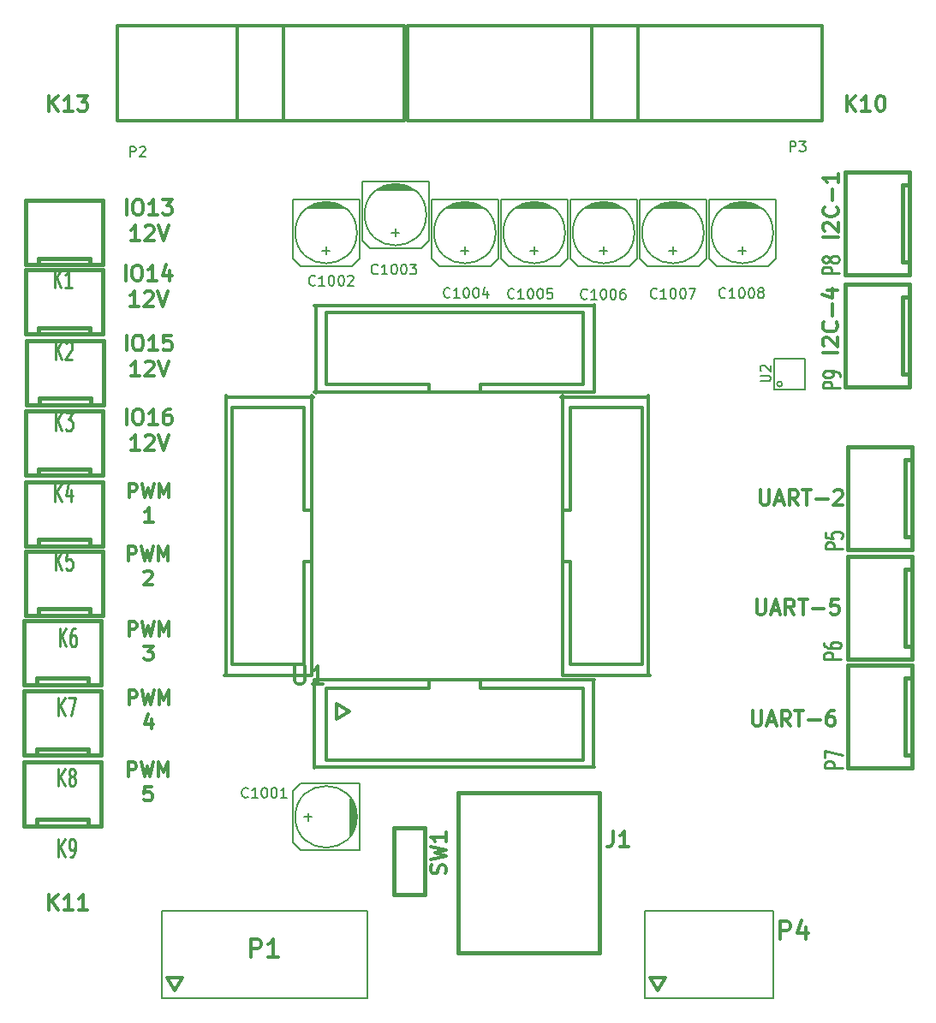
<source format=gto>
G04 #@! TF.FileFunction,Legend,Top*
%FSLAX46Y46*%
G04 Gerber Fmt 4.6, Leading zero omitted, Abs format (unit mm)*
G04 Created by KiCad (PCBNEW 4.0.6) date 01/14/18 21:20:21*
%MOMM*%
%LPD*%
G01*
G04 APERTURE LIST*
%ADD10C,0.150000*%
%ADD11C,0.300000*%
%ADD12C,0.304800*%
%ADD13C,0.299720*%
%ADD14C,0.381000*%
%ADD15C,0.152400*%
%ADD16C,0.203200*%
%ADD17C,0.271780*%
G04 APERTURE END LIST*
D10*
D11*
X74747715Y-50838571D02*
X74747715Y-49338571D01*
X75747715Y-49338571D02*
X76033429Y-49338571D01*
X76176287Y-49410000D01*
X76319144Y-49552857D01*
X76390572Y-49838571D01*
X76390572Y-50338571D01*
X76319144Y-50624286D01*
X76176287Y-50767143D01*
X76033429Y-50838571D01*
X75747715Y-50838571D01*
X75604858Y-50767143D01*
X75462001Y-50624286D01*
X75390572Y-50338571D01*
X75390572Y-49838571D01*
X75462001Y-49552857D01*
X75604858Y-49410000D01*
X75747715Y-49338571D01*
X77819144Y-50838571D02*
X76962001Y-50838571D01*
X77390573Y-50838571D02*
X77390573Y-49338571D01*
X77247716Y-49552857D01*
X77104858Y-49695714D01*
X76962001Y-49767143D01*
X78319144Y-49338571D02*
X79247715Y-49338571D01*
X78747715Y-49910000D01*
X78962001Y-49910000D01*
X79104858Y-49981429D01*
X79176287Y-50052857D01*
X79247715Y-50195714D01*
X79247715Y-50552857D01*
X79176287Y-50695714D01*
X79104858Y-50767143D01*
X78962001Y-50838571D01*
X78533429Y-50838571D01*
X78390572Y-50767143D01*
X78319144Y-50695714D01*
X76033429Y-53388571D02*
X75176286Y-53388571D01*
X75604858Y-53388571D02*
X75604858Y-51888571D01*
X75462001Y-52102857D01*
X75319143Y-52245714D01*
X75176286Y-52317143D01*
X76604857Y-52031429D02*
X76676286Y-51960000D01*
X76819143Y-51888571D01*
X77176286Y-51888571D01*
X77319143Y-51960000D01*
X77390572Y-52031429D01*
X77462000Y-52174286D01*
X77462000Y-52317143D01*
X77390572Y-52531429D01*
X76533429Y-53388571D01*
X77462000Y-53388571D01*
X77890571Y-51888571D02*
X78390571Y-53388571D01*
X78890571Y-51888571D01*
X74684215Y-57315571D02*
X74684215Y-55815571D01*
X75684215Y-55815571D02*
X75969929Y-55815571D01*
X76112787Y-55887000D01*
X76255644Y-56029857D01*
X76327072Y-56315571D01*
X76327072Y-56815571D01*
X76255644Y-57101286D01*
X76112787Y-57244143D01*
X75969929Y-57315571D01*
X75684215Y-57315571D01*
X75541358Y-57244143D01*
X75398501Y-57101286D01*
X75327072Y-56815571D01*
X75327072Y-56315571D01*
X75398501Y-56029857D01*
X75541358Y-55887000D01*
X75684215Y-55815571D01*
X77755644Y-57315571D02*
X76898501Y-57315571D01*
X77327073Y-57315571D02*
X77327073Y-55815571D01*
X77184216Y-56029857D01*
X77041358Y-56172714D01*
X76898501Y-56244143D01*
X79041358Y-56315571D02*
X79041358Y-57315571D01*
X78684215Y-55744143D02*
X78327072Y-56815571D01*
X79255644Y-56815571D01*
X75969929Y-59865571D02*
X75112786Y-59865571D01*
X75541358Y-59865571D02*
X75541358Y-58365571D01*
X75398501Y-58579857D01*
X75255643Y-58722714D01*
X75112786Y-58794143D01*
X76541357Y-58508429D02*
X76612786Y-58437000D01*
X76755643Y-58365571D01*
X77112786Y-58365571D01*
X77255643Y-58437000D01*
X77327072Y-58508429D01*
X77398500Y-58651286D01*
X77398500Y-58794143D01*
X77327072Y-59008429D01*
X76469929Y-59865571D01*
X77398500Y-59865571D01*
X77827071Y-58365571D02*
X78327071Y-59865571D01*
X78827071Y-58365571D01*
X74747715Y-64237071D02*
X74747715Y-62737071D01*
X75747715Y-62737071D02*
X76033429Y-62737071D01*
X76176287Y-62808500D01*
X76319144Y-62951357D01*
X76390572Y-63237071D01*
X76390572Y-63737071D01*
X76319144Y-64022786D01*
X76176287Y-64165643D01*
X76033429Y-64237071D01*
X75747715Y-64237071D01*
X75604858Y-64165643D01*
X75462001Y-64022786D01*
X75390572Y-63737071D01*
X75390572Y-63237071D01*
X75462001Y-62951357D01*
X75604858Y-62808500D01*
X75747715Y-62737071D01*
X77819144Y-64237071D02*
X76962001Y-64237071D01*
X77390573Y-64237071D02*
X77390573Y-62737071D01*
X77247716Y-62951357D01*
X77104858Y-63094214D01*
X76962001Y-63165643D01*
X79176287Y-62737071D02*
X78462001Y-62737071D01*
X78390572Y-63451357D01*
X78462001Y-63379929D01*
X78604858Y-63308500D01*
X78962001Y-63308500D01*
X79104858Y-63379929D01*
X79176287Y-63451357D01*
X79247715Y-63594214D01*
X79247715Y-63951357D01*
X79176287Y-64094214D01*
X79104858Y-64165643D01*
X78962001Y-64237071D01*
X78604858Y-64237071D01*
X78462001Y-64165643D01*
X78390572Y-64094214D01*
X76033429Y-66787071D02*
X75176286Y-66787071D01*
X75604858Y-66787071D02*
X75604858Y-65287071D01*
X75462001Y-65501357D01*
X75319143Y-65644214D01*
X75176286Y-65715643D01*
X76604857Y-65429929D02*
X76676286Y-65358500D01*
X76819143Y-65287071D01*
X77176286Y-65287071D01*
X77319143Y-65358500D01*
X77390572Y-65429929D01*
X77462000Y-65572786D01*
X77462000Y-65715643D01*
X77390572Y-65929929D01*
X76533429Y-66787071D01*
X77462000Y-66787071D01*
X77890571Y-65287071D02*
X78390571Y-66787071D01*
X78890571Y-65287071D01*
X74747715Y-71539571D02*
X74747715Y-70039571D01*
X75747715Y-70039571D02*
X76033429Y-70039571D01*
X76176287Y-70111000D01*
X76319144Y-70253857D01*
X76390572Y-70539571D01*
X76390572Y-71039571D01*
X76319144Y-71325286D01*
X76176287Y-71468143D01*
X76033429Y-71539571D01*
X75747715Y-71539571D01*
X75604858Y-71468143D01*
X75462001Y-71325286D01*
X75390572Y-71039571D01*
X75390572Y-70539571D01*
X75462001Y-70253857D01*
X75604858Y-70111000D01*
X75747715Y-70039571D01*
X77819144Y-71539571D02*
X76962001Y-71539571D01*
X77390573Y-71539571D02*
X77390573Y-70039571D01*
X77247716Y-70253857D01*
X77104858Y-70396714D01*
X76962001Y-70468143D01*
X79104858Y-70039571D02*
X78819144Y-70039571D01*
X78676287Y-70111000D01*
X78604858Y-70182429D01*
X78462001Y-70396714D01*
X78390572Y-70682429D01*
X78390572Y-71253857D01*
X78462001Y-71396714D01*
X78533429Y-71468143D01*
X78676287Y-71539571D01*
X78962001Y-71539571D01*
X79104858Y-71468143D01*
X79176287Y-71396714D01*
X79247715Y-71253857D01*
X79247715Y-70896714D01*
X79176287Y-70753857D01*
X79104858Y-70682429D01*
X78962001Y-70611000D01*
X78676287Y-70611000D01*
X78533429Y-70682429D01*
X78462001Y-70753857D01*
X78390572Y-70896714D01*
X76033429Y-74089571D02*
X75176286Y-74089571D01*
X75604858Y-74089571D02*
X75604858Y-72589571D01*
X75462001Y-72803857D01*
X75319143Y-72946714D01*
X75176286Y-73018143D01*
X76604857Y-72732429D02*
X76676286Y-72661000D01*
X76819143Y-72589571D01*
X77176286Y-72589571D01*
X77319143Y-72661000D01*
X77390572Y-72732429D01*
X77462000Y-72875286D01*
X77462000Y-73018143D01*
X77390572Y-73232429D01*
X76533429Y-74089571D01*
X77462000Y-74089571D01*
X77890571Y-72589571D02*
X78390571Y-74089571D01*
X78890571Y-72589571D01*
X74995333Y-78808333D02*
X74995333Y-77408333D01*
X75528667Y-77408333D01*
X75662000Y-77475000D01*
X75728667Y-77541667D01*
X75795333Y-77675000D01*
X75795333Y-77875000D01*
X75728667Y-78008333D01*
X75662000Y-78075000D01*
X75528667Y-78141667D01*
X74995333Y-78141667D01*
X76262000Y-77408333D02*
X76595333Y-78808333D01*
X76862000Y-77808333D01*
X77128667Y-78808333D01*
X77462000Y-77408333D01*
X77995333Y-78808333D02*
X77995333Y-77408333D01*
X78462000Y-78408333D01*
X78928667Y-77408333D01*
X78928667Y-78808333D01*
X77362001Y-81208333D02*
X76562001Y-81208333D01*
X76962001Y-81208333D02*
X76962001Y-79808333D01*
X76828667Y-80008333D01*
X76695334Y-80141667D01*
X76562001Y-80208333D01*
X74931833Y-85031333D02*
X74931833Y-83631333D01*
X75465167Y-83631333D01*
X75598500Y-83698000D01*
X75665167Y-83764667D01*
X75731833Y-83898000D01*
X75731833Y-84098000D01*
X75665167Y-84231333D01*
X75598500Y-84298000D01*
X75465167Y-84364667D01*
X74931833Y-84364667D01*
X76198500Y-83631333D02*
X76531833Y-85031333D01*
X76798500Y-84031333D01*
X77065167Y-85031333D01*
X77398500Y-83631333D01*
X77931833Y-85031333D02*
X77931833Y-83631333D01*
X78398500Y-84631333D01*
X78865167Y-83631333D01*
X78865167Y-85031333D01*
X76498501Y-86164667D02*
X76565167Y-86098000D01*
X76698501Y-86031333D01*
X77031834Y-86031333D01*
X77165167Y-86098000D01*
X77231834Y-86164667D01*
X77298501Y-86298000D01*
X77298501Y-86431333D01*
X77231834Y-86631333D01*
X76431834Y-87431333D01*
X77298501Y-87431333D01*
X74995333Y-92460833D02*
X74995333Y-91060833D01*
X75528667Y-91060833D01*
X75662000Y-91127500D01*
X75728667Y-91194167D01*
X75795333Y-91327500D01*
X75795333Y-91527500D01*
X75728667Y-91660833D01*
X75662000Y-91727500D01*
X75528667Y-91794167D01*
X74995333Y-91794167D01*
X76262000Y-91060833D02*
X76595333Y-92460833D01*
X76862000Y-91460833D01*
X77128667Y-92460833D01*
X77462000Y-91060833D01*
X77995333Y-92460833D02*
X77995333Y-91060833D01*
X78462000Y-92060833D01*
X78928667Y-91060833D01*
X78928667Y-92460833D01*
X76495334Y-93460833D02*
X77362001Y-93460833D01*
X76895334Y-93994167D01*
X77095334Y-93994167D01*
X77228667Y-94060833D01*
X77295334Y-94127500D01*
X77362001Y-94260833D01*
X77362001Y-94594167D01*
X77295334Y-94727500D01*
X77228667Y-94794167D01*
X77095334Y-94860833D01*
X76695334Y-94860833D01*
X76562001Y-94794167D01*
X76495334Y-94727500D01*
X74995333Y-99255333D02*
X74995333Y-97855333D01*
X75528667Y-97855333D01*
X75662000Y-97922000D01*
X75728667Y-97988667D01*
X75795333Y-98122000D01*
X75795333Y-98322000D01*
X75728667Y-98455333D01*
X75662000Y-98522000D01*
X75528667Y-98588667D01*
X74995333Y-98588667D01*
X76262000Y-97855333D02*
X76595333Y-99255333D01*
X76862000Y-98255333D01*
X77128667Y-99255333D01*
X77462000Y-97855333D01*
X77995333Y-99255333D02*
X77995333Y-97855333D01*
X78462000Y-98855333D01*
X78928667Y-97855333D01*
X78928667Y-99255333D01*
X77228667Y-100722000D02*
X77228667Y-101655333D01*
X76895334Y-100188667D02*
X76562001Y-101188667D01*
X77428667Y-101188667D01*
X74931833Y-106367333D02*
X74931833Y-104967333D01*
X75465167Y-104967333D01*
X75598500Y-105034000D01*
X75665167Y-105100667D01*
X75731833Y-105234000D01*
X75731833Y-105434000D01*
X75665167Y-105567333D01*
X75598500Y-105634000D01*
X75465167Y-105700667D01*
X74931833Y-105700667D01*
X76198500Y-104967333D02*
X76531833Y-106367333D01*
X76798500Y-105367333D01*
X77065167Y-106367333D01*
X77398500Y-104967333D01*
X77931833Y-106367333D02*
X77931833Y-104967333D01*
X78398500Y-105967333D01*
X78865167Y-104967333D01*
X78865167Y-106367333D01*
X77231834Y-107367333D02*
X76565167Y-107367333D01*
X76498501Y-108034000D01*
X76565167Y-107967333D01*
X76698501Y-107900667D01*
X77031834Y-107900667D01*
X77165167Y-107967333D01*
X77231834Y-108034000D01*
X77298501Y-108167333D01*
X77298501Y-108500667D01*
X77231834Y-108634000D01*
X77165167Y-108700667D01*
X77031834Y-108767333D01*
X76698501Y-108767333D01*
X76565167Y-108700667D01*
X76498501Y-108634000D01*
X136680286Y-99889571D02*
X136680286Y-101103857D01*
X136751714Y-101246714D01*
X136823143Y-101318143D01*
X136966000Y-101389571D01*
X137251714Y-101389571D01*
X137394572Y-101318143D01*
X137466000Y-101246714D01*
X137537429Y-101103857D01*
X137537429Y-99889571D01*
X138180286Y-100961000D02*
X138894572Y-100961000D01*
X138037429Y-101389571D02*
X138537429Y-99889571D01*
X139037429Y-101389571D01*
X140394572Y-101389571D02*
X139894572Y-100675286D01*
X139537429Y-101389571D02*
X139537429Y-99889571D01*
X140108857Y-99889571D01*
X140251715Y-99961000D01*
X140323143Y-100032429D01*
X140394572Y-100175286D01*
X140394572Y-100389571D01*
X140323143Y-100532429D01*
X140251715Y-100603857D01*
X140108857Y-100675286D01*
X139537429Y-100675286D01*
X140823143Y-99889571D02*
X141680286Y-99889571D01*
X141251715Y-101389571D02*
X141251715Y-99889571D01*
X142180286Y-100818143D02*
X143323143Y-100818143D01*
X144680286Y-99889571D02*
X144394572Y-99889571D01*
X144251715Y-99961000D01*
X144180286Y-100032429D01*
X144037429Y-100246714D01*
X143966000Y-100532429D01*
X143966000Y-101103857D01*
X144037429Y-101246714D01*
X144108857Y-101318143D01*
X144251715Y-101389571D01*
X144537429Y-101389571D01*
X144680286Y-101318143D01*
X144751715Y-101246714D01*
X144823143Y-101103857D01*
X144823143Y-100746714D01*
X144751715Y-100603857D01*
X144680286Y-100532429D01*
X144537429Y-100461000D01*
X144251715Y-100461000D01*
X144108857Y-100532429D01*
X144037429Y-100603857D01*
X143966000Y-100746714D01*
X137061286Y-88840571D02*
X137061286Y-90054857D01*
X137132714Y-90197714D01*
X137204143Y-90269143D01*
X137347000Y-90340571D01*
X137632714Y-90340571D01*
X137775572Y-90269143D01*
X137847000Y-90197714D01*
X137918429Y-90054857D01*
X137918429Y-88840571D01*
X138561286Y-89912000D02*
X139275572Y-89912000D01*
X138418429Y-90340571D02*
X138918429Y-88840571D01*
X139418429Y-90340571D01*
X140775572Y-90340571D02*
X140275572Y-89626286D01*
X139918429Y-90340571D02*
X139918429Y-88840571D01*
X140489857Y-88840571D01*
X140632715Y-88912000D01*
X140704143Y-88983429D01*
X140775572Y-89126286D01*
X140775572Y-89340571D01*
X140704143Y-89483429D01*
X140632715Y-89554857D01*
X140489857Y-89626286D01*
X139918429Y-89626286D01*
X141204143Y-88840571D02*
X142061286Y-88840571D01*
X141632715Y-90340571D02*
X141632715Y-88840571D01*
X142561286Y-89769143D02*
X143704143Y-89769143D01*
X145132715Y-88840571D02*
X144418429Y-88840571D01*
X144347000Y-89554857D01*
X144418429Y-89483429D01*
X144561286Y-89412000D01*
X144918429Y-89412000D01*
X145061286Y-89483429D01*
X145132715Y-89554857D01*
X145204143Y-89697714D01*
X145204143Y-90054857D01*
X145132715Y-90197714D01*
X145061286Y-90269143D01*
X144918429Y-90340571D01*
X144561286Y-90340571D01*
X144418429Y-90269143D01*
X144347000Y-90197714D01*
X137442286Y-78045571D02*
X137442286Y-79259857D01*
X137513714Y-79402714D01*
X137585143Y-79474143D01*
X137728000Y-79545571D01*
X138013714Y-79545571D01*
X138156572Y-79474143D01*
X138228000Y-79402714D01*
X138299429Y-79259857D01*
X138299429Y-78045571D01*
X138942286Y-79117000D02*
X139656572Y-79117000D01*
X138799429Y-79545571D02*
X139299429Y-78045571D01*
X139799429Y-79545571D01*
X141156572Y-79545571D02*
X140656572Y-78831286D01*
X140299429Y-79545571D02*
X140299429Y-78045571D01*
X140870857Y-78045571D01*
X141013715Y-78117000D01*
X141085143Y-78188429D01*
X141156572Y-78331286D01*
X141156572Y-78545571D01*
X141085143Y-78688429D01*
X141013715Y-78759857D01*
X140870857Y-78831286D01*
X140299429Y-78831286D01*
X141585143Y-78045571D02*
X142442286Y-78045571D01*
X142013715Y-79545571D02*
X142013715Y-78045571D01*
X142942286Y-78974143D02*
X144085143Y-78974143D01*
X144728000Y-78188429D02*
X144799429Y-78117000D01*
X144942286Y-78045571D01*
X145299429Y-78045571D01*
X145442286Y-78117000D01*
X145513715Y-78188429D01*
X145585143Y-78331286D01*
X145585143Y-78474143D01*
X145513715Y-78688429D01*
X144656572Y-79545571D01*
X145585143Y-79545571D01*
X145077571Y-64448142D02*
X143577571Y-64448142D01*
X143720429Y-63805285D02*
X143649000Y-63733856D01*
X143577571Y-63590999D01*
X143577571Y-63233856D01*
X143649000Y-63090999D01*
X143720429Y-63019570D01*
X143863286Y-62948142D01*
X144006143Y-62948142D01*
X144220429Y-63019570D01*
X145077571Y-63876713D01*
X145077571Y-62948142D01*
X144934714Y-61448142D02*
X145006143Y-61519571D01*
X145077571Y-61733857D01*
X145077571Y-61876714D01*
X145006143Y-62090999D01*
X144863286Y-62233857D01*
X144720429Y-62305285D01*
X144434714Y-62376714D01*
X144220429Y-62376714D01*
X143934714Y-62305285D01*
X143791857Y-62233857D01*
X143649000Y-62090999D01*
X143577571Y-61876714D01*
X143577571Y-61733857D01*
X143649000Y-61519571D01*
X143720429Y-61448142D01*
X144506143Y-60805285D02*
X144506143Y-59662428D01*
X144077571Y-58305285D02*
X145077571Y-58305285D01*
X143506143Y-58662428D02*
X144577571Y-59019571D01*
X144577571Y-58090999D01*
X145128371Y-53068942D02*
X143628371Y-53068942D01*
X143771229Y-52426085D02*
X143699800Y-52354656D01*
X143628371Y-52211799D01*
X143628371Y-51854656D01*
X143699800Y-51711799D01*
X143771229Y-51640370D01*
X143914086Y-51568942D01*
X144056943Y-51568942D01*
X144271229Y-51640370D01*
X145128371Y-52497513D01*
X145128371Y-51568942D01*
X144985514Y-50068942D02*
X145056943Y-50140371D01*
X145128371Y-50354657D01*
X145128371Y-50497514D01*
X145056943Y-50711799D01*
X144914086Y-50854657D01*
X144771229Y-50926085D01*
X144485514Y-50997514D01*
X144271229Y-50997514D01*
X143985514Y-50926085D01*
X143842657Y-50854657D01*
X143699800Y-50711799D01*
X143628371Y-50497514D01*
X143628371Y-50354657D01*
X143699800Y-50140371D01*
X143771229Y-50068942D01*
X144556943Y-49426085D02*
X144556943Y-48283228D01*
X145128371Y-46783228D02*
X145128371Y-47640371D01*
X145128371Y-47211799D02*
X143628371Y-47211799D01*
X143842657Y-47354656D01*
X143985514Y-47497514D01*
X144056943Y-47640371D01*
D12*
X102563000Y-41497000D02*
X143563000Y-41497000D01*
X143563000Y-32097000D02*
X102563000Y-32097000D01*
X102563000Y-32097000D02*
X102563000Y-41497000D01*
X143563000Y-32097000D02*
X143563000Y-41497000D01*
D13*
X125363000Y-32097000D02*
X125363000Y-41497000D01*
X120763000Y-32097000D02*
X120763000Y-41497000D01*
D12*
X73811000Y-41497000D02*
X102211000Y-41497000D01*
X102211000Y-32097000D02*
X73811000Y-32097000D01*
X73811000Y-32097000D02*
X73811000Y-41497000D01*
X102211000Y-32097000D02*
X102211000Y-41497000D01*
D13*
X90311000Y-32097000D02*
X90311000Y-41497000D01*
X85711000Y-32097000D02*
X85711000Y-41497000D01*
D14*
X71120000Y-55118000D02*
X71120000Y-55753000D01*
X64770000Y-55753000D02*
X72390000Y-55753000D01*
X71120000Y-55118000D02*
X66040000Y-55118000D01*
X66040000Y-55118000D02*
X66040000Y-55753000D01*
X72390000Y-55753000D02*
X72390000Y-49403000D01*
X72390000Y-49403000D02*
X64770000Y-49403000D01*
X66040000Y-55118000D02*
X66040000Y-55753000D01*
X64770000Y-55753000D02*
X64770000Y-49403000D01*
X71120000Y-61976000D02*
X71120000Y-62611000D01*
X64770000Y-62611000D02*
X72390000Y-62611000D01*
X71120000Y-61976000D02*
X66040000Y-61976000D01*
X66040000Y-61976000D02*
X66040000Y-62611000D01*
X72390000Y-62611000D02*
X72390000Y-56261000D01*
X72390000Y-56261000D02*
X64770000Y-56261000D01*
X66040000Y-61976000D02*
X66040000Y-62611000D01*
X64770000Y-62611000D02*
X64770000Y-56261000D01*
X71247000Y-68961000D02*
X71247000Y-69596000D01*
X64897000Y-69596000D02*
X72517000Y-69596000D01*
X71247000Y-68961000D02*
X66167000Y-68961000D01*
X66167000Y-68961000D02*
X66167000Y-69596000D01*
X72517000Y-69596000D02*
X72517000Y-63246000D01*
X72517000Y-63246000D02*
X64897000Y-63246000D01*
X66167000Y-68961000D02*
X66167000Y-69596000D01*
X64897000Y-69596000D02*
X64897000Y-63246000D01*
X71120000Y-75946000D02*
X71120000Y-76581000D01*
X64770000Y-76581000D02*
X72390000Y-76581000D01*
X71120000Y-75946000D02*
X66040000Y-75946000D01*
X66040000Y-75946000D02*
X66040000Y-76581000D01*
X72390000Y-76581000D02*
X72390000Y-70231000D01*
X72390000Y-70231000D02*
X64770000Y-70231000D01*
X66040000Y-75946000D02*
X66040000Y-76581000D01*
X64770000Y-76581000D02*
X64770000Y-70231000D01*
X71120000Y-82931000D02*
X71120000Y-83566000D01*
X64770000Y-83566000D02*
X72390000Y-83566000D01*
X71120000Y-82931000D02*
X66040000Y-82931000D01*
X66040000Y-82931000D02*
X66040000Y-83566000D01*
X72390000Y-83566000D02*
X72390000Y-77216000D01*
X72390000Y-77216000D02*
X64770000Y-77216000D01*
X66040000Y-82931000D02*
X66040000Y-83566000D01*
X64770000Y-83566000D02*
X64770000Y-77216000D01*
X71120000Y-89789000D02*
X71120000Y-90424000D01*
X64770000Y-90424000D02*
X72390000Y-90424000D01*
X71120000Y-89789000D02*
X66040000Y-89789000D01*
X66040000Y-89789000D02*
X66040000Y-90424000D01*
X72390000Y-90424000D02*
X72390000Y-84074000D01*
X72390000Y-84074000D02*
X64770000Y-84074000D01*
X66040000Y-89789000D02*
X66040000Y-90424000D01*
X64770000Y-90424000D02*
X64770000Y-84074000D01*
X70993000Y-96647000D02*
X70993000Y-97282000D01*
X64643000Y-97282000D02*
X72263000Y-97282000D01*
X70993000Y-96647000D02*
X65913000Y-96647000D01*
X65913000Y-96647000D02*
X65913000Y-97282000D01*
X72263000Y-97282000D02*
X72263000Y-90932000D01*
X72263000Y-90932000D02*
X64643000Y-90932000D01*
X65913000Y-96647000D02*
X65913000Y-97282000D01*
X64643000Y-97282000D02*
X64643000Y-90932000D01*
X70993000Y-103632000D02*
X70993000Y-104267000D01*
X64643000Y-104267000D02*
X72263000Y-104267000D01*
X70993000Y-103632000D02*
X65913000Y-103632000D01*
X65913000Y-103632000D02*
X65913000Y-104267000D01*
X72263000Y-104267000D02*
X72263000Y-97917000D01*
X72263000Y-97917000D02*
X64643000Y-97917000D01*
X65913000Y-103632000D02*
X65913000Y-104267000D01*
X64643000Y-104267000D02*
X64643000Y-97917000D01*
X70993000Y-110617000D02*
X70993000Y-111252000D01*
X64643000Y-111252000D02*
X72263000Y-111252000D01*
X70993000Y-110617000D02*
X65913000Y-110617000D01*
X65913000Y-110617000D02*
X65913000Y-111252000D01*
X72263000Y-111252000D02*
X72263000Y-104902000D01*
X72263000Y-104902000D02*
X64643000Y-104902000D01*
X65913000Y-110617000D02*
X65913000Y-111252000D01*
X64643000Y-111252000D02*
X64643000Y-104902000D01*
X152146000Y-55499000D02*
X151511000Y-55499000D01*
X151511000Y-55499000D02*
X151511000Y-47879000D01*
X151511000Y-47879000D02*
X152146000Y-47879000D01*
X145796000Y-46609000D02*
X145796000Y-56769000D01*
X145796000Y-56769000D02*
X152146000Y-56769000D01*
X152146000Y-56769000D02*
X152146000Y-46609000D01*
X152146000Y-46609000D02*
X145796000Y-46609000D01*
X152400000Y-82677000D02*
X151765000Y-82677000D01*
X151765000Y-82677000D02*
X151765000Y-75057000D01*
X151765000Y-75057000D02*
X152400000Y-75057000D01*
X146050000Y-73787000D02*
X146050000Y-83947000D01*
X146050000Y-83947000D02*
X152400000Y-83947000D01*
X152400000Y-83947000D02*
X152400000Y-73787000D01*
X152400000Y-73787000D02*
X146050000Y-73787000D01*
X152400000Y-104267000D02*
X151765000Y-104267000D01*
X151765000Y-104267000D02*
X151765000Y-96647000D01*
X151765000Y-96647000D02*
X152400000Y-96647000D01*
X146050000Y-95377000D02*
X146050000Y-105537000D01*
X146050000Y-105537000D02*
X152400000Y-105537000D01*
X152400000Y-105537000D02*
X152400000Y-95377000D01*
X152400000Y-95377000D02*
X146050000Y-95377000D01*
X152146000Y-66548000D02*
X151511000Y-66548000D01*
X151511000Y-66548000D02*
X151511000Y-58928000D01*
X151511000Y-58928000D02*
X152146000Y-58928000D01*
X145796000Y-57658000D02*
X145796000Y-67818000D01*
X145796000Y-67818000D02*
X152146000Y-67818000D01*
X152146000Y-67818000D02*
X152146000Y-57658000D01*
X152146000Y-57658000D02*
X145796000Y-57658000D01*
X152400000Y-93472000D02*
X151765000Y-93472000D01*
X151765000Y-93472000D02*
X151765000Y-85852000D01*
X151765000Y-85852000D02*
X152400000Y-85852000D01*
X146050000Y-84582000D02*
X146050000Y-94742000D01*
X146050000Y-94742000D02*
X152400000Y-94742000D01*
X152400000Y-94742000D02*
X152400000Y-84582000D01*
X152400000Y-84582000D02*
X146050000Y-84582000D01*
D12*
X93345000Y-96771460D02*
X121031000Y-96771460D01*
X121031000Y-105407460D02*
X93472000Y-105407460D01*
X109728000Y-96898460D02*
X109728000Y-97660460D01*
X109728000Y-97660460D02*
X119888000Y-97660460D01*
X119888000Y-97660460D02*
X119888000Y-104772460D01*
X119888000Y-104772460D02*
X94488000Y-104772460D01*
X94488000Y-104772460D02*
X94488000Y-97660460D01*
X94488000Y-97660460D02*
X104648000Y-97660460D01*
X104648000Y-97660460D02*
X104648000Y-96898460D01*
X120904000Y-96771460D02*
X120904000Y-105407460D01*
X93345000Y-105534460D02*
X93345000Y-96898460D01*
X95504000Y-100711000D02*
X96774000Y-99949000D01*
X95504000Y-99187000D02*
X95504000Y-100711000D01*
X96774000Y-99949000D02*
X95504000Y-99187000D01*
X121031000Y-59690000D02*
X121031000Y-68326000D01*
X93472000Y-68453000D02*
X93472000Y-59817000D01*
X109728000Y-67564000D02*
X109728000Y-68326000D01*
X119888000Y-67564000D02*
X109728000Y-67564000D01*
X119888000Y-60452000D02*
X119888000Y-67564000D01*
X94488000Y-60452000D02*
X119888000Y-60452000D01*
X94488000Y-67564000D02*
X94488000Y-60452000D01*
X104648000Y-67564000D02*
X94488000Y-67564000D01*
X104648000Y-68326000D02*
X104648000Y-67564000D01*
X93345000Y-59817000D02*
X120904000Y-59817000D01*
X121031000Y-68326000D02*
X93345000Y-68326000D01*
X117856000Y-96393000D02*
X117856000Y-68707000D01*
X126365000Y-68707000D02*
X126365000Y-96266000D01*
X117856000Y-80010000D02*
X118618000Y-80010000D01*
X118618000Y-80010000D02*
X118618000Y-69850000D01*
X118618000Y-69850000D02*
X125730000Y-69850000D01*
X125730000Y-69850000D02*
X125730000Y-95250000D01*
X125730000Y-95250000D02*
X118618000Y-95250000D01*
X118618000Y-95250000D02*
X118618000Y-85090000D01*
X118618000Y-85090000D02*
X117856000Y-85090000D01*
X117729000Y-68834000D02*
X126365000Y-68834000D01*
X126492000Y-96393000D02*
X117856000Y-96393000D01*
X84455000Y-96393000D02*
X93091000Y-96393000D01*
X93218000Y-68834000D02*
X84582000Y-68834000D01*
X92329000Y-85090000D02*
X93091000Y-85090000D01*
X92329000Y-95250000D02*
X92329000Y-85090000D01*
X85217000Y-95250000D02*
X92329000Y-95250000D01*
X85217000Y-69850000D02*
X85217000Y-95250000D01*
X92329000Y-69850000D02*
X85217000Y-69850000D01*
X92329000Y-80010000D02*
X92329000Y-69850000D01*
X93091000Y-80010000D02*
X92329000Y-80010000D01*
X84582000Y-68707000D02*
X84582000Y-96266000D01*
X93091000Y-96393000D02*
X93091000Y-68707000D01*
D15*
X139573000Y-67564000D02*
G75*
G03X139573000Y-67564000I-254000J0D01*
G01*
X141859000Y-68072000D02*
X138811000Y-68072000D01*
X138811000Y-68072000D02*
X138811000Y-65024000D01*
X138811000Y-65024000D02*
X141859000Y-65024000D01*
X141859000Y-65024000D02*
X141859000Y-68072000D01*
D14*
X121539000Y-107950000D02*
X121539000Y-123825000D01*
X121539000Y-123825000D02*
X107569000Y-123825000D01*
X107569000Y-123825000D02*
X107569000Y-107950000D01*
X107569000Y-107950000D02*
X121539000Y-107950000D01*
D10*
X98552000Y-119634000D02*
X98552000Y-128270000D01*
X98552000Y-128270000D02*
X78232000Y-128270000D01*
X78232000Y-128270000D02*
X78232000Y-119634000D01*
X98552000Y-119634000D02*
X78232000Y-119634000D01*
D12*
X79502000Y-127508000D02*
X78740000Y-126238000D01*
X78740000Y-126238000D02*
X80264000Y-126238000D01*
X80264000Y-126238000D02*
X79502000Y-127508000D01*
D10*
X138684000Y-119634000D02*
X125984000Y-119634000D01*
X138684000Y-128270000D02*
X125984000Y-128270000D01*
X138684000Y-119634000D02*
X138684000Y-128270000D01*
X125984000Y-128270000D02*
X125984000Y-119634000D01*
D12*
X127254000Y-127508000D02*
X126492000Y-126238000D01*
X126492000Y-126238000D02*
X128016000Y-126238000D01*
X128016000Y-126238000D02*
X127254000Y-127508000D01*
D14*
X104267000Y-111442500D02*
X101219000Y-111442500D01*
X101219000Y-111442500D02*
X101219000Y-118046500D01*
X101219000Y-118046500D02*
X104267000Y-118046500D01*
X104267000Y-118046500D02*
X104267000Y-111442500D01*
D10*
X97409000Y-111125000D02*
X97409000Y-109601000D01*
X97282000Y-109220000D02*
X97282000Y-111506000D01*
X97155000Y-111760000D02*
X97155000Y-108966000D01*
X97028000Y-108712000D02*
X97028000Y-112014000D01*
X96901000Y-112141000D02*
X96901000Y-108585000D01*
X97790000Y-113665000D02*
X97790000Y-107061000D01*
X97790000Y-107061000D02*
X91948000Y-107061000D01*
X91948000Y-107061000D02*
X91186000Y-107823000D01*
X91186000Y-107823000D02*
X91186000Y-112903000D01*
X91186000Y-112903000D02*
X91948000Y-113665000D01*
X91948000Y-113665000D02*
X97790000Y-113665000D01*
X92329000Y-110363000D02*
X93091000Y-110363000D01*
X92710000Y-110744000D02*
X92710000Y-109982000D01*
X97536000Y-110363000D02*
G75*
G03X97536000Y-110363000I-3048000J0D01*
G01*
X95250000Y-49657000D02*
X93726000Y-49657000D01*
X93345000Y-49784000D02*
X95631000Y-49784000D01*
X95885000Y-49911000D02*
X93091000Y-49911000D01*
X92837000Y-50038000D02*
X96139000Y-50038000D01*
X96266000Y-50165000D02*
X92710000Y-50165000D01*
X97790000Y-49276000D02*
X91186000Y-49276000D01*
X91186000Y-49276000D02*
X91186000Y-55118000D01*
X91186000Y-55118000D02*
X91948000Y-55880000D01*
X91948000Y-55880000D02*
X97028000Y-55880000D01*
X97028000Y-55880000D02*
X97790000Y-55118000D01*
X97790000Y-55118000D02*
X97790000Y-49276000D01*
X94488000Y-54737000D02*
X94488000Y-53975000D01*
X94869000Y-54356000D02*
X94107000Y-54356000D01*
X97536000Y-52578000D02*
G75*
G03X97536000Y-52578000I-3048000J0D01*
G01*
X102108000Y-47879000D02*
X100584000Y-47879000D01*
X100203000Y-48006000D02*
X102489000Y-48006000D01*
X102743000Y-48133000D02*
X99949000Y-48133000D01*
X99695000Y-48260000D02*
X102997000Y-48260000D01*
X103124000Y-48387000D02*
X99568000Y-48387000D01*
X104648000Y-47498000D02*
X98044000Y-47498000D01*
X98044000Y-47498000D02*
X98044000Y-53340000D01*
X98044000Y-53340000D02*
X98806000Y-54102000D01*
X98806000Y-54102000D02*
X103886000Y-54102000D01*
X103886000Y-54102000D02*
X104648000Y-53340000D01*
X104648000Y-53340000D02*
X104648000Y-47498000D01*
X101346000Y-52959000D02*
X101346000Y-52197000D01*
X101727000Y-52578000D02*
X100965000Y-52578000D01*
X104394000Y-50800000D02*
G75*
G03X104394000Y-50800000I-3048000J0D01*
G01*
X108966000Y-49657000D02*
X107442000Y-49657000D01*
X107061000Y-49784000D02*
X109347000Y-49784000D01*
X109601000Y-49911000D02*
X106807000Y-49911000D01*
X106553000Y-50038000D02*
X109855000Y-50038000D01*
X109982000Y-50165000D02*
X106426000Y-50165000D01*
X111506000Y-49276000D02*
X104902000Y-49276000D01*
X104902000Y-49276000D02*
X104902000Y-55118000D01*
X104902000Y-55118000D02*
X105664000Y-55880000D01*
X105664000Y-55880000D02*
X110744000Y-55880000D01*
X110744000Y-55880000D02*
X111506000Y-55118000D01*
X111506000Y-55118000D02*
X111506000Y-49276000D01*
X108204000Y-54737000D02*
X108204000Y-53975000D01*
X108585000Y-54356000D02*
X107823000Y-54356000D01*
X111252000Y-52578000D02*
G75*
G03X111252000Y-52578000I-3048000J0D01*
G01*
X115824000Y-49657000D02*
X114300000Y-49657000D01*
X113919000Y-49784000D02*
X116205000Y-49784000D01*
X116459000Y-49911000D02*
X113665000Y-49911000D01*
X113411000Y-50038000D02*
X116713000Y-50038000D01*
X116840000Y-50165000D02*
X113284000Y-50165000D01*
X118364000Y-49276000D02*
X111760000Y-49276000D01*
X111760000Y-49276000D02*
X111760000Y-55118000D01*
X111760000Y-55118000D02*
X112522000Y-55880000D01*
X112522000Y-55880000D02*
X117602000Y-55880000D01*
X117602000Y-55880000D02*
X118364000Y-55118000D01*
X118364000Y-55118000D02*
X118364000Y-49276000D01*
X115062000Y-54737000D02*
X115062000Y-53975000D01*
X115443000Y-54356000D02*
X114681000Y-54356000D01*
X118110000Y-52578000D02*
G75*
G03X118110000Y-52578000I-3048000J0D01*
G01*
X122682000Y-49657000D02*
X121158000Y-49657000D01*
X120777000Y-49784000D02*
X123063000Y-49784000D01*
X123317000Y-49911000D02*
X120523000Y-49911000D01*
X120269000Y-50038000D02*
X123571000Y-50038000D01*
X123698000Y-50165000D02*
X120142000Y-50165000D01*
X125222000Y-49276000D02*
X118618000Y-49276000D01*
X118618000Y-49276000D02*
X118618000Y-55118000D01*
X118618000Y-55118000D02*
X119380000Y-55880000D01*
X119380000Y-55880000D02*
X124460000Y-55880000D01*
X124460000Y-55880000D02*
X125222000Y-55118000D01*
X125222000Y-55118000D02*
X125222000Y-49276000D01*
X121920000Y-54737000D02*
X121920000Y-53975000D01*
X122301000Y-54356000D02*
X121539000Y-54356000D01*
X124968000Y-52578000D02*
G75*
G03X124968000Y-52578000I-3048000J0D01*
G01*
X129540000Y-49657000D02*
X128016000Y-49657000D01*
X127635000Y-49784000D02*
X129921000Y-49784000D01*
X130175000Y-49911000D02*
X127381000Y-49911000D01*
X127127000Y-50038000D02*
X130429000Y-50038000D01*
X130556000Y-50165000D02*
X127000000Y-50165000D01*
X132080000Y-49276000D02*
X125476000Y-49276000D01*
X125476000Y-49276000D02*
X125476000Y-55118000D01*
X125476000Y-55118000D02*
X126238000Y-55880000D01*
X126238000Y-55880000D02*
X131318000Y-55880000D01*
X131318000Y-55880000D02*
X132080000Y-55118000D01*
X132080000Y-55118000D02*
X132080000Y-49276000D01*
X128778000Y-54737000D02*
X128778000Y-53975000D01*
X129159000Y-54356000D02*
X128397000Y-54356000D01*
X131826000Y-52578000D02*
G75*
G03X131826000Y-52578000I-3048000J0D01*
G01*
X136398000Y-49657000D02*
X134874000Y-49657000D01*
X134493000Y-49784000D02*
X136779000Y-49784000D01*
X137033000Y-49911000D02*
X134239000Y-49911000D01*
X133985000Y-50038000D02*
X137287000Y-50038000D01*
X137414000Y-50165000D02*
X133858000Y-50165000D01*
X138938000Y-49276000D02*
X132334000Y-49276000D01*
X132334000Y-49276000D02*
X132334000Y-55118000D01*
X132334000Y-55118000D02*
X133096000Y-55880000D01*
X133096000Y-55880000D02*
X138176000Y-55880000D01*
X138176000Y-55880000D02*
X138938000Y-55118000D01*
X138938000Y-55118000D02*
X138938000Y-49276000D01*
X135636000Y-54737000D02*
X135636000Y-53975000D01*
X136017000Y-54356000D02*
X135255000Y-54356000D01*
X138684000Y-52578000D02*
G75*
G03X138684000Y-52578000I-3048000J0D01*
G01*
D16*
X140358905Y-44546781D02*
X140358905Y-43546781D01*
X140739858Y-43546781D01*
X140835096Y-43594400D01*
X140882715Y-43642019D01*
X140930334Y-43737257D01*
X140930334Y-43880114D01*
X140882715Y-43975352D01*
X140835096Y-44022971D01*
X140739858Y-44070590D01*
X140358905Y-44070590D01*
X141263667Y-43546781D02*
X141882715Y-43546781D01*
X141549381Y-43927733D01*
X141692239Y-43927733D01*
X141787477Y-43975352D01*
X141835096Y-44022971D01*
X141882715Y-44118210D01*
X141882715Y-44356305D01*
X141835096Y-44451543D01*
X141787477Y-44499162D01*
X141692239Y-44546781D01*
X141406524Y-44546781D01*
X141311286Y-44499162D01*
X141263667Y-44451543D01*
X75106305Y-45080181D02*
X75106305Y-44080181D01*
X75487258Y-44080181D01*
X75582496Y-44127800D01*
X75630115Y-44175419D01*
X75677734Y-44270657D01*
X75677734Y-44413514D01*
X75630115Y-44508752D01*
X75582496Y-44556371D01*
X75487258Y-44603990D01*
X75106305Y-44603990D01*
X76058686Y-44175419D02*
X76106305Y-44127800D01*
X76201543Y-44080181D01*
X76439639Y-44080181D01*
X76534877Y-44127800D01*
X76582496Y-44175419D01*
X76630115Y-44270657D01*
X76630115Y-44365895D01*
X76582496Y-44508752D01*
X76011067Y-45080181D01*
X76630115Y-45080181D01*
D12*
X145977428Y-40567429D02*
X145977428Y-39043429D01*
X146848285Y-40567429D02*
X146195142Y-39696571D01*
X146848285Y-39043429D02*
X145977428Y-39914286D01*
X148299714Y-40567429D02*
X147428857Y-40567429D01*
X147864285Y-40567429D02*
X147864285Y-39043429D01*
X147719142Y-39261143D01*
X147574000Y-39406286D01*
X147428857Y-39478857D01*
X149243143Y-39043429D02*
X149388286Y-39043429D01*
X149533429Y-39116000D01*
X149606000Y-39188571D01*
X149678571Y-39333714D01*
X149751143Y-39624000D01*
X149751143Y-39986857D01*
X149678571Y-40277143D01*
X149606000Y-40422286D01*
X149533429Y-40494857D01*
X149388286Y-40567429D01*
X149243143Y-40567429D01*
X149098000Y-40494857D01*
X149025429Y-40422286D01*
X148952857Y-40277143D01*
X148880286Y-39986857D01*
X148880286Y-39624000D01*
X148952857Y-39333714D01*
X149025429Y-39188571D01*
X149098000Y-39116000D01*
X149243143Y-39043429D01*
X67110428Y-119561429D02*
X67110428Y-118037429D01*
X67981285Y-119561429D02*
X67328142Y-118690571D01*
X67981285Y-118037429D02*
X67110428Y-118908286D01*
X69432714Y-119561429D02*
X68561857Y-119561429D01*
X68997285Y-119561429D02*
X68997285Y-118037429D01*
X68852142Y-118255143D01*
X68707000Y-118400286D01*
X68561857Y-118472857D01*
X70884143Y-119561429D02*
X70013286Y-119561429D01*
X70448714Y-119561429D02*
X70448714Y-118037429D01*
X70303571Y-118255143D01*
X70158429Y-118400286D01*
X70013286Y-118472857D01*
X67110428Y-40567429D02*
X67110428Y-39043429D01*
X67981285Y-40567429D02*
X67328142Y-39696571D01*
X67981285Y-39043429D02*
X67110428Y-39914286D01*
X69432714Y-40567429D02*
X68561857Y-40567429D01*
X68997285Y-40567429D02*
X68997285Y-39043429D01*
X68852142Y-39261143D01*
X68707000Y-39406286D01*
X68561857Y-39478857D01*
X69940714Y-39043429D02*
X70884143Y-39043429D01*
X70376143Y-39624000D01*
X70593857Y-39624000D01*
X70739000Y-39696571D01*
X70811571Y-39769143D01*
X70884143Y-39914286D01*
X70884143Y-40277143D01*
X70811571Y-40422286D01*
X70739000Y-40494857D01*
X70593857Y-40567429D01*
X70158429Y-40567429D01*
X70013286Y-40494857D01*
X69940714Y-40422286D01*
D17*
X67676002Y-58036400D02*
X67676002Y-56301580D01*
X68297214Y-58036400D02*
X67831305Y-57045074D01*
X68297214Y-56301580D02*
X67676002Y-57292905D01*
X69332566Y-58036400D02*
X68711354Y-58036400D01*
X69021960Y-58036400D02*
X69021960Y-56301580D01*
X68918425Y-56549411D01*
X68814890Y-56714632D01*
X68711354Y-56797242D01*
X67726802Y-65123000D02*
X67726802Y-63388180D01*
X68348014Y-65123000D02*
X67882105Y-64131674D01*
X68348014Y-63388180D02*
X67726802Y-64379505D01*
X68762154Y-63553400D02*
X68813922Y-63470790D01*
X68917457Y-63388180D01*
X69176295Y-63388180D01*
X69279831Y-63470790D01*
X69331598Y-63553400D01*
X69383366Y-63718621D01*
X69383366Y-63883842D01*
X69331598Y-64131674D01*
X68710387Y-65123000D01*
X69383366Y-65123000D01*
X67752202Y-72133400D02*
X67752202Y-70398580D01*
X68373414Y-72133400D02*
X67907505Y-71142074D01*
X68373414Y-70398580D02*
X67752202Y-71389905D01*
X68735787Y-70398580D02*
X69408766Y-70398580D01*
X69046393Y-71059463D01*
X69201695Y-71059463D01*
X69305231Y-71142074D01*
X69356998Y-71224684D01*
X69408766Y-71389905D01*
X69408766Y-71802958D01*
X69356998Y-71968179D01*
X69305231Y-72050789D01*
X69201695Y-72133400D01*
X68891090Y-72133400D01*
X68787554Y-72050789D01*
X68735787Y-71968179D01*
X67701402Y-79169200D02*
X67701402Y-77434380D01*
X68322614Y-79169200D02*
X67856705Y-78177874D01*
X68322614Y-77434380D02*
X67701402Y-78425705D01*
X69254431Y-78012653D02*
X69254431Y-79169200D01*
X68995593Y-77351769D02*
X68736754Y-78590926D01*
X69409734Y-78590926D01*
X67752202Y-85951000D02*
X67752202Y-84216180D01*
X68373414Y-85951000D02*
X67907505Y-84959674D01*
X68373414Y-84216180D02*
X67752202Y-85207505D01*
X69356998Y-84216180D02*
X68839322Y-84216180D01*
X68787554Y-85042284D01*
X68839322Y-84959674D01*
X68942857Y-84877063D01*
X69201695Y-84877063D01*
X69305231Y-84959674D01*
X69356998Y-85042284D01*
X69408766Y-85207505D01*
X69408766Y-85620558D01*
X69356998Y-85785779D01*
X69305231Y-85868389D01*
X69201695Y-85951000D01*
X68942857Y-85951000D01*
X68839322Y-85868389D01*
X68787554Y-85785779D01*
X68158602Y-93494800D02*
X68158602Y-91759980D01*
X68779814Y-93494800D02*
X68313905Y-92503474D01*
X68779814Y-91759980D02*
X68158602Y-92751305D01*
X69711631Y-91759980D02*
X69504560Y-91759980D01*
X69401025Y-91842590D01*
X69349257Y-91925200D01*
X69245722Y-92173032D01*
X69193954Y-92503474D01*
X69193954Y-93164358D01*
X69245722Y-93329579D01*
X69297490Y-93412189D01*
X69401025Y-93494800D01*
X69608095Y-93494800D01*
X69711631Y-93412189D01*
X69763398Y-93329579D01*
X69815166Y-93164358D01*
X69815166Y-92751305D01*
X69763398Y-92586084D01*
X69711631Y-92503474D01*
X69608095Y-92420863D01*
X69401025Y-92420863D01*
X69297490Y-92503474D01*
X69245722Y-92586084D01*
X69193954Y-92751305D01*
X68031602Y-100352800D02*
X68031602Y-98617980D01*
X68652814Y-100352800D02*
X68186905Y-99361474D01*
X68652814Y-98617980D02*
X68031602Y-99609305D01*
X69015187Y-98617980D02*
X69739934Y-98617980D01*
X69274025Y-100352800D01*
X68031602Y-107337800D02*
X68031602Y-105602980D01*
X68652814Y-107337800D02*
X68186905Y-106346474D01*
X68652814Y-105602980D02*
X68031602Y-106594305D01*
X69274025Y-106346474D02*
X69170490Y-106263863D01*
X69118722Y-106181253D01*
X69066954Y-106016032D01*
X69066954Y-105933421D01*
X69118722Y-105768200D01*
X69170490Y-105685590D01*
X69274025Y-105602980D01*
X69481095Y-105602980D01*
X69584631Y-105685590D01*
X69636398Y-105768200D01*
X69688166Y-105933421D01*
X69688166Y-106016032D01*
X69636398Y-106181253D01*
X69584631Y-106263863D01*
X69481095Y-106346474D01*
X69274025Y-106346474D01*
X69170490Y-106429084D01*
X69118722Y-106511695D01*
X69066954Y-106676916D01*
X69066954Y-107007358D01*
X69118722Y-107172579D01*
X69170490Y-107255189D01*
X69274025Y-107337800D01*
X69481095Y-107337800D01*
X69584631Y-107255189D01*
X69636398Y-107172579D01*
X69688166Y-107007358D01*
X69688166Y-106676916D01*
X69636398Y-106511695D01*
X69584631Y-106429084D01*
X69481095Y-106346474D01*
X68031602Y-114322800D02*
X68031602Y-112587980D01*
X68652814Y-114322800D02*
X68186905Y-113331474D01*
X68652814Y-112587980D02*
X68031602Y-113579305D01*
X69170490Y-114322800D02*
X69377560Y-114322800D01*
X69481095Y-114240189D01*
X69532863Y-114157579D01*
X69636398Y-113909747D01*
X69688166Y-113579305D01*
X69688166Y-112918421D01*
X69636398Y-112753200D01*
X69584631Y-112670590D01*
X69481095Y-112587980D01*
X69274025Y-112587980D01*
X69170490Y-112670590D01*
X69118722Y-112753200D01*
X69066954Y-112918421D01*
X69066954Y-113331474D01*
X69118722Y-113496695D01*
X69170490Y-113579305D01*
X69274025Y-113661916D01*
X69481095Y-113661916D01*
X69584631Y-113579305D01*
X69636398Y-113496695D01*
X69688166Y-113331474D01*
X145260000Y-56580798D02*
X143525180Y-56580798D01*
X143525180Y-56166657D01*
X143607790Y-56063122D01*
X143690400Y-56011354D01*
X143855621Y-55959586D01*
X144103453Y-55959586D01*
X144268674Y-56011354D01*
X144351284Y-56063122D01*
X144433895Y-56166657D01*
X144433895Y-56580798D01*
X144268674Y-55338375D02*
X144186063Y-55441910D01*
X144103453Y-55493678D01*
X143938232Y-55545446D01*
X143855621Y-55545446D01*
X143690400Y-55493678D01*
X143607790Y-55441910D01*
X143525180Y-55338375D01*
X143525180Y-55131305D01*
X143607790Y-55027769D01*
X143690400Y-54976002D01*
X143855621Y-54924234D01*
X143938232Y-54924234D01*
X144103453Y-54976002D01*
X144186063Y-55027769D01*
X144268674Y-55131305D01*
X144268674Y-55338375D01*
X144351284Y-55441910D01*
X144433895Y-55493678D01*
X144599116Y-55545446D01*
X144929558Y-55545446D01*
X145094779Y-55493678D01*
X145177389Y-55441910D01*
X145260000Y-55338375D01*
X145260000Y-55131305D01*
X145177389Y-55027769D01*
X145094779Y-54976002D01*
X144929558Y-54924234D01*
X144599116Y-54924234D01*
X144433895Y-54976002D01*
X144351284Y-55027769D01*
X144268674Y-55131305D01*
X145564800Y-83834998D02*
X143829980Y-83834998D01*
X143829980Y-83420857D01*
X143912590Y-83317322D01*
X143995200Y-83265554D01*
X144160421Y-83213786D01*
X144408253Y-83213786D01*
X144573474Y-83265554D01*
X144656084Y-83317322D01*
X144738695Y-83420857D01*
X144738695Y-83834998D01*
X143829980Y-82230202D02*
X143829980Y-82747878D01*
X144656084Y-82799646D01*
X144573474Y-82747878D01*
X144490863Y-82644343D01*
X144490863Y-82385505D01*
X144573474Y-82281969D01*
X144656084Y-82230202D01*
X144821305Y-82178434D01*
X145234358Y-82178434D01*
X145399579Y-82230202D01*
X145482189Y-82281969D01*
X145564800Y-82385505D01*
X145564800Y-82644343D01*
X145482189Y-82747878D01*
X145399579Y-82799646D01*
X145539400Y-105501198D02*
X143804580Y-105501198D01*
X143804580Y-105087057D01*
X143887190Y-104983522D01*
X143969800Y-104931754D01*
X144135021Y-104879986D01*
X144382853Y-104879986D01*
X144548074Y-104931754D01*
X144630684Y-104983522D01*
X144713295Y-105087057D01*
X144713295Y-105501198D01*
X143804580Y-104517613D02*
X143804580Y-103792866D01*
X145539400Y-104258775D01*
X145310800Y-67934598D02*
X143575980Y-67934598D01*
X143575980Y-67520457D01*
X143658590Y-67416922D01*
X143741200Y-67365154D01*
X143906421Y-67313386D01*
X144154253Y-67313386D01*
X144319474Y-67365154D01*
X144402084Y-67416922D01*
X144484695Y-67520457D01*
X144484695Y-67934598D01*
X145310800Y-66795710D02*
X145310800Y-66588640D01*
X145228189Y-66485105D01*
X145145579Y-66433337D01*
X144897747Y-66329802D01*
X144567305Y-66278034D01*
X143906421Y-66278034D01*
X143741200Y-66329802D01*
X143658590Y-66381569D01*
X143575980Y-66485105D01*
X143575980Y-66692175D01*
X143658590Y-66795710D01*
X143741200Y-66847478D01*
X143906421Y-66899246D01*
X144319474Y-66899246D01*
X144484695Y-66847478D01*
X144567305Y-66795710D01*
X144649916Y-66692175D01*
X144649916Y-66485105D01*
X144567305Y-66381569D01*
X144484695Y-66329802D01*
X144319474Y-66278034D01*
X145412400Y-94731598D02*
X143677580Y-94731598D01*
X143677580Y-94317457D01*
X143760190Y-94213922D01*
X143842800Y-94162154D01*
X144008021Y-94110386D01*
X144255853Y-94110386D01*
X144421074Y-94162154D01*
X144503684Y-94213922D01*
X144586295Y-94317457D01*
X144586295Y-94731598D01*
X143677580Y-93178569D02*
X143677580Y-93385640D01*
X143760190Y-93489175D01*
X143842800Y-93540943D01*
X144090632Y-93644478D01*
X144421074Y-93696246D01*
X145081958Y-93696246D01*
X145247179Y-93644478D01*
X145329789Y-93592710D01*
X145412400Y-93489175D01*
X145412400Y-93282105D01*
X145329789Y-93178569D01*
X145247179Y-93126802D01*
X145081958Y-93075034D01*
X144668905Y-93075034D01*
X144503684Y-93126802D01*
X144421074Y-93178569D01*
X144338463Y-93282105D01*
X144338463Y-93489175D01*
X144421074Y-93592710D01*
X144503684Y-93644478D01*
X144668905Y-93696246D01*
D12*
X91355333Y-95419333D02*
X91355333Y-96858667D01*
X91440000Y-97028000D01*
X91524667Y-97112667D01*
X91694000Y-97197333D01*
X92032667Y-97197333D01*
X92202000Y-97112667D01*
X92286667Y-97028000D01*
X92371333Y-96858667D01*
X92371333Y-95419333D01*
X94149334Y-97197333D02*
X93133334Y-97197333D01*
X93641334Y-97197333D02*
X93641334Y-95419333D01*
X93472000Y-95673333D01*
X93302667Y-95842667D01*
X93133334Y-95927333D01*
D15*
X137416419Y-67296695D02*
X138238895Y-67296695D01*
X138335657Y-67248314D01*
X138384038Y-67199933D01*
X138432419Y-67103171D01*
X138432419Y-66909648D01*
X138384038Y-66812886D01*
X138335657Y-66764505D01*
X138238895Y-66716124D01*
X137416419Y-66716124D01*
X137513181Y-66280695D02*
X137464800Y-66232314D01*
X137416419Y-66135552D01*
X137416419Y-65893648D01*
X137464800Y-65796886D01*
X137513181Y-65748505D01*
X137609943Y-65700124D01*
X137706705Y-65700124D01*
X137851848Y-65748505D01*
X138432419Y-66329076D01*
X138432419Y-65700124D01*
D12*
X122885200Y-111763629D02*
X122885200Y-112852200D01*
X122812628Y-113069914D01*
X122667485Y-113215057D01*
X122449771Y-113287629D01*
X122304628Y-113287629D01*
X124409200Y-113287629D02*
X123538343Y-113287629D01*
X123973771Y-113287629D02*
X123973771Y-111763629D01*
X123828628Y-111981343D01*
X123683486Y-112126486D01*
X123538343Y-112199057D01*
X87079667Y-124248333D02*
X87079667Y-122470333D01*
X87757001Y-122470333D01*
X87926334Y-122555000D01*
X88011001Y-122639667D01*
X88095667Y-122809000D01*
X88095667Y-123063000D01*
X88011001Y-123232333D01*
X87926334Y-123317000D01*
X87757001Y-123401667D01*
X87079667Y-123401667D01*
X89789001Y-124248333D02*
X88773001Y-124248333D01*
X89281001Y-124248333D02*
X89281001Y-122470333D01*
X89111667Y-122724333D01*
X88942334Y-122893667D01*
X88773001Y-122978333D01*
X139352867Y-122495733D02*
X139352867Y-120717733D01*
X140030201Y-120717733D01*
X140199534Y-120802400D01*
X140284201Y-120887067D01*
X140368867Y-121056400D01*
X140368867Y-121310400D01*
X140284201Y-121479733D01*
X140199534Y-121564400D01*
X140030201Y-121649067D01*
X139352867Y-121649067D01*
X141892867Y-121310400D02*
X141892867Y-122495733D01*
X141469534Y-120633067D02*
X141046201Y-121903067D01*
X142146867Y-121903067D01*
X106280857Y-115976400D02*
X106353429Y-115758686D01*
X106353429Y-115395829D01*
X106280857Y-115250686D01*
X106208286Y-115178115D01*
X106063143Y-115105543D01*
X105918000Y-115105543D01*
X105772857Y-115178115D01*
X105700286Y-115250686D01*
X105627714Y-115395829D01*
X105555143Y-115686115D01*
X105482571Y-115831257D01*
X105410000Y-115903829D01*
X105264857Y-115976400D01*
X105119714Y-115976400D01*
X104974571Y-115903829D01*
X104902000Y-115831257D01*
X104829429Y-115686115D01*
X104829429Y-115323257D01*
X104902000Y-115105543D01*
X104829429Y-114597543D02*
X106353429Y-114234686D01*
X105264857Y-113944400D01*
X106353429Y-113654114D01*
X104829429Y-113291257D01*
X106353429Y-111912400D02*
X106353429Y-112783257D01*
X106353429Y-112347829D02*
X104829429Y-112347829D01*
X105047143Y-112492972D01*
X105192286Y-112638114D01*
X105264857Y-112783257D01*
D10*
X86771362Y-108383343D02*
X86723743Y-108430962D01*
X86580886Y-108478581D01*
X86485648Y-108478581D01*
X86342790Y-108430962D01*
X86247552Y-108335724D01*
X86199933Y-108240486D01*
X86152314Y-108050010D01*
X86152314Y-107907152D01*
X86199933Y-107716676D01*
X86247552Y-107621438D01*
X86342790Y-107526200D01*
X86485648Y-107478581D01*
X86580886Y-107478581D01*
X86723743Y-107526200D01*
X86771362Y-107573819D01*
X87723743Y-108478581D02*
X87152314Y-108478581D01*
X87438028Y-108478581D02*
X87438028Y-107478581D01*
X87342790Y-107621438D01*
X87247552Y-107716676D01*
X87152314Y-107764295D01*
X88342790Y-107478581D02*
X88438029Y-107478581D01*
X88533267Y-107526200D01*
X88580886Y-107573819D01*
X88628505Y-107669057D01*
X88676124Y-107859533D01*
X88676124Y-108097629D01*
X88628505Y-108288105D01*
X88580886Y-108383343D01*
X88533267Y-108430962D01*
X88438029Y-108478581D01*
X88342790Y-108478581D01*
X88247552Y-108430962D01*
X88199933Y-108383343D01*
X88152314Y-108288105D01*
X88104695Y-108097629D01*
X88104695Y-107859533D01*
X88152314Y-107669057D01*
X88199933Y-107573819D01*
X88247552Y-107526200D01*
X88342790Y-107478581D01*
X89295171Y-107478581D02*
X89390410Y-107478581D01*
X89485648Y-107526200D01*
X89533267Y-107573819D01*
X89580886Y-107669057D01*
X89628505Y-107859533D01*
X89628505Y-108097629D01*
X89580886Y-108288105D01*
X89533267Y-108383343D01*
X89485648Y-108430962D01*
X89390410Y-108478581D01*
X89295171Y-108478581D01*
X89199933Y-108430962D01*
X89152314Y-108383343D01*
X89104695Y-108288105D01*
X89057076Y-108097629D01*
X89057076Y-107859533D01*
X89104695Y-107669057D01*
X89152314Y-107573819D01*
X89199933Y-107526200D01*
X89295171Y-107478581D01*
X90580886Y-108478581D02*
X90009457Y-108478581D01*
X90295171Y-108478581D02*
X90295171Y-107478581D01*
X90199933Y-107621438D01*
X90104695Y-107716676D01*
X90009457Y-107764295D01*
X93400762Y-57735743D02*
X93353143Y-57783362D01*
X93210286Y-57830981D01*
X93115048Y-57830981D01*
X92972190Y-57783362D01*
X92876952Y-57688124D01*
X92829333Y-57592886D01*
X92781714Y-57402410D01*
X92781714Y-57259552D01*
X92829333Y-57069076D01*
X92876952Y-56973838D01*
X92972190Y-56878600D01*
X93115048Y-56830981D01*
X93210286Y-56830981D01*
X93353143Y-56878600D01*
X93400762Y-56926219D01*
X94353143Y-57830981D02*
X93781714Y-57830981D01*
X94067428Y-57830981D02*
X94067428Y-56830981D01*
X93972190Y-56973838D01*
X93876952Y-57069076D01*
X93781714Y-57116695D01*
X94972190Y-56830981D02*
X95067429Y-56830981D01*
X95162667Y-56878600D01*
X95210286Y-56926219D01*
X95257905Y-57021457D01*
X95305524Y-57211933D01*
X95305524Y-57450029D01*
X95257905Y-57640505D01*
X95210286Y-57735743D01*
X95162667Y-57783362D01*
X95067429Y-57830981D01*
X94972190Y-57830981D01*
X94876952Y-57783362D01*
X94829333Y-57735743D01*
X94781714Y-57640505D01*
X94734095Y-57450029D01*
X94734095Y-57211933D01*
X94781714Y-57021457D01*
X94829333Y-56926219D01*
X94876952Y-56878600D01*
X94972190Y-56830981D01*
X95924571Y-56830981D02*
X96019810Y-56830981D01*
X96115048Y-56878600D01*
X96162667Y-56926219D01*
X96210286Y-57021457D01*
X96257905Y-57211933D01*
X96257905Y-57450029D01*
X96210286Y-57640505D01*
X96162667Y-57735743D01*
X96115048Y-57783362D01*
X96019810Y-57830981D01*
X95924571Y-57830981D01*
X95829333Y-57783362D01*
X95781714Y-57735743D01*
X95734095Y-57640505D01*
X95686476Y-57450029D01*
X95686476Y-57211933D01*
X95734095Y-57021457D01*
X95781714Y-56926219D01*
X95829333Y-56878600D01*
X95924571Y-56830981D01*
X96638857Y-56926219D02*
X96686476Y-56878600D01*
X96781714Y-56830981D01*
X97019810Y-56830981D01*
X97115048Y-56878600D01*
X97162667Y-56926219D01*
X97210286Y-57021457D01*
X97210286Y-57116695D01*
X97162667Y-57259552D01*
X96591238Y-57830981D01*
X97210286Y-57830981D01*
X99598362Y-56618143D02*
X99550743Y-56665762D01*
X99407886Y-56713381D01*
X99312648Y-56713381D01*
X99169790Y-56665762D01*
X99074552Y-56570524D01*
X99026933Y-56475286D01*
X98979314Y-56284810D01*
X98979314Y-56141952D01*
X99026933Y-55951476D01*
X99074552Y-55856238D01*
X99169790Y-55761000D01*
X99312648Y-55713381D01*
X99407886Y-55713381D01*
X99550743Y-55761000D01*
X99598362Y-55808619D01*
X100550743Y-56713381D02*
X99979314Y-56713381D01*
X100265028Y-56713381D02*
X100265028Y-55713381D01*
X100169790Y-55856238D01*
X100074552Y-55951476D01*
X99979314Y-55999095D01*
X101169790Y-55713381D02*
X101265029Y-55713381D01*
X101360267Y-55761000D01*
X101407886Y-55808619D01*
X101455505Y-55903857D01*
X101503124Y-56094333D01*
X101503124Y-56332429D01*
X101455505Y-56522905D01*
X101407886Y-56618143D01*
X101360267Y-56665762D01*
X101265029Y-56713381D01*
X101169790Y-56713381D01*
X101074552Y-56665762D01*
X101026933Y-56618143D01*
X100979314Y-56522905D01*
X100931695Y-56332429D01*
X100931695Y-56094333D01*
X100979314Y-55903857D01*
X101026933Y-55808619D01*
X101074552Y-55761000D01*
X101169790Y-55713381D01*
X102122171Y-55713381D02*
X102217410Y-55713381D01*
X102312648Y-55761000D01*
X102360267Y-55808619D01*
X102407886Y-55903857D01*
X102455505Y-56094333D01*
X102455505Y-56332429D01*
X102407886Y-56522905D01*
X102360267Y-56618143D01*
X102312648Y-56665762D01*
X102217410Y-56713381D01*
X102122171Y-56713381D01*
X102026933Y-56665762D01*
X101979314Y-56618143D01*
X101931695Y-56522905D01*
X101884076Y-56332429D01*
X101884076Y-56094333D01*
X101931695Y-55903857D01*
X101979314Y-55808619D01*
X102026933Y-55761000D01*
X102122171Y-55713381D01*
X102788838Y-55713381D02*
X103407886Y-55713381D01*
X103074552Y-56094333D01*
X103217410Y-56094333D01*
X103312648Y-56141952D01*
X103360267Y-56189571D01*
X103407886Y-56284810D01*
X103407886Y-56522905D01*
X103360267Y-56618143D01*
X103312648Y-56665762D01*
X103217410Y-56713381D01*
X102931695Y-56713381D01*
X102836457Y-56665762D01*
X102788838Y-56618143D01*
X106735762Y-58929543D02*
X106688143Y-58977162D01*
X106545286Y-59024781D01*
X106450048Y-59024781D01*
X106307190Y-58977162D01*
X106211952Y-58881924D01*
X106164333Y-58786686D01*
X106116714Y-58596210D01*
X106116714Y-58453352D01*
X106164333Y-58262876D01*
X106211952Y-58167638D01*
X106307190Y-58072400D01*
X106450048Y-58024781D01*
X106545286Y-58024781D01*
X106688143Y-58072400D01*
X106735762Y-58120019D01*
X107688143Y-59024781D02*
X107116714Y-59024781D01*
X107402428Y-59024781D02*
X107402428Y-58024781D01*
X107307190Y-58167638D01*
X107211952Y-58262876D01*
X107116714Y-58310495D01*
X108307190Y-58024781D02*
X108402429Y-58024781D01*
X108497667Y-58072400D01*
X108545286Y-58120019D01*
X108592905Y-58215257D01*
X108640524Y-58405733D01*
X108640524Y-58643829D01*
X108592905Y-58834305D01*
X108545286Y-58929543D01*
X108497667Y-58977162D01*
X108402429Y-59024781D01*
X108307190Y-59024781D01*
X108211952Y-58977162D01*
X108164333Y-58929543D01*
X108116714Y-58834305D01*
X108069095Y-58643829D01*
X108069095Y-58405733D01*
X108116714Y-58215257D01*
X108164333Y-58120019D01*
X108211952Y-58072400D01*
X108307190Y-58024781D01*
X109259571Y-58024781D02*
X109354810Y-58024781D01*
X109450048Y-58072400D01*
X109497667Y-58120019D01*
X109545286Y-58215257D01*
X109592905Y-58405733D01*
X109592905Y-58643829D01*
X109545286Y-58834305D01*
X109497667Y-58929543D01*
X109450048Y-58977162D01*
X109354810Y-59024781D01*
X109259571Y-59024781D01*
X109164333Y-58977162D01*
X109116714Y-58929543D01*
X109069095Y-58834305D01*
X109021476Y-58643829D01*
X109021476Y-58405733D01*
X109069095Y-58215257D01*
X109116714Y-58120019D01*
X109164333Y-58072400D01*
X109259571Y-58024781D01*
X110450048Y-58358114D02*
X110450048Y-59024781D01*
X110211952Y-57977162D02*
X109973857Y-58691448D01*
X110592905Y-58691448D01*
X113085762Y-59031143D02*
X113038143Y-59078762D01*
X112895286Y-59126381D01*
X112800048Y-59126381D01*
X112657190Y-59078762D01*
X112561952Y-58983524D01*
X112514333Y-58888286D01*
X112466714Y-58697810D01*
X112466714Y-58554952D01*
X112514333Y-58364476D01*
X112561952Y-58269238D01*
X112657190Y-58174000D01*
X112800048Y-58126381D01*
X112895286Y-58126381D01*
X113038143Y-58174000D01*
X113085762Y-58221619D01*
X114038143Y-59126381D02*
X113466714Y-59126381D01*
X113752428Y-59126381D02*
X113752428Y-58126381D01*
X113657190Y-58269238D01*
X113561952Y-58364476D01*
X113466714Y-58412095D01*
X114657190Y-58126381D02*
X114752429Y-58126381D01*
X114847667Y-58174000D01*
X114895286Y-58221619D01*
X114942905Y-58316857D01*
X114990524Y-58507333D01*
X114990524Y-58745429D01*
X114942905Y-58935905D01*
X114895286Y-59031143D01*
X114847667Y-59078762D01*
X114752429Y-59126381D01*
X114657190Y-59126381D01*
X114561952Y-59078762D01*
X114514333Y-59031143D01*
X114466714Y-58935905D01*
X114419095Y-58745429D01*
X114419095Y-58507333D01*
X114466714Y-58316857D01*
X114514333Y-58221619D01*
X114561952Y-58174000D01*
X114657190Y-58126381D01*
X115609571Y-58126381D02*
X115704810Y-58126381D01*
X115800048Y-58174000D01*
X115847667Y-58221619D01*
X115895286Y-58316857D01*
X115942905Y-58507333D01*
X115942905Y-58745429D01*
X115895286Y-58935905D01*
X115847667Y-59031143D01*
X115800048Y-59078762D01*
X115704810Y-59126381D01*
X115609571Y-59126381D01*
X115514333Y-59078762D01*
X115466714Y-59031143D01*
X115419095Y-58935905D01*
X115371476Y-58745429D01*
X115371476Y-58507333D01*
X115419095Y-58316857D01*
X115466714Y-58221619D01*
X115514333Y-58174000D01*
X115609571Y-58126381D01*
X116847667Y-58126381D02*
X116371476Y-58126381D01*
X116323857Y-58602571D01*
X116371476Y-58554952D01*
X116466714Y-58507333D01*
X116704810Y-58507333D01*
X116800048Y-58554952D01*
X116847667Y-58602571D01*
X116895286Y-58697810D01*
X116895286Y-58935905D01*
X116847667Y-59031143D01*
X116800048Y-59078762D01*
X116704810Y-59126381D01*
X116466714Y-59126381D01*
X116371476Y-59078762D01*
X116323857Y-59031143D01*
X120299362Y-59081943D02*
X120251743Y-59129562D01*
X120108886Y-59177181D01*
X120013648Y-59177181D01*
X119870790Y-59129562D01*
X119775552Y-59034324D01*
X119727933Y-58939086D01*
X119680314Y-58748610D01*
X119680314Y-58605752D01*
X119727933Y-58415276D01*
X119775552Y-58320038D01*
X119870790Y-58224800D01*
X120013648Y-58177181D01*
X120108886Y-58177181D01*
X120251743Y-58224800D01*
X120299362Y-58272419D01*
X121251743Y-59177181D02*
X120680314Y-59177181D01*
X120966028Y-59177181D02*
X120966028Y-58177181D01*
X120870790Y-58320038D01*
X120775552Y-58415276D01*
X120680314Y-58462895D01*
X121870790Y-58177181D02*
X121966029Y-58177181D01*
X122061267Y-58224800D01*
X122108886Y-58272419D01*
X122156505Y-58367657D01*
X122204124Y-58558133D01*
X122204124Y-58796229D01*
X122156505Y-58986705D01*
X122108886Y-59081943D01*
X122061267Y-59129562D01*
X121966029Y-59177181D01*
X121870790Y-59177181D01*
X121775552Y-59129562D01*
X121727933Y-59081943D01*
X121680314Y-58986705D01*
X121632695Y-58796229D01*
X121632695Y-58558133D01*
X121680314Y-58367657D01*
X121727933Y-58272419D01*
X121775552Y-58224800D01*
X121870790Y-58177181D01*
X122823171Y-58177181D02*
X122918410Y-58177181D01*
X123013648Y-58224800D01*
X123061267Y-58272419D01*
X123108886Y-58367657D01*
X123156505Y-58558133D01*
X123156505Y-58796229D01*
X123108886Y-58986705D01*
X123061267Y-59081943D01*
X123013648Y-59129562D01*
X122918410Y-59177181D01*
X122823171Y-59177181D01*
X122727933Y-59129562D01*
X122680314Y-59081943D01*
X122632695Y-58986705D01*
X122585076Y-58796229D01*
X122585076Y-58558133D01*
X122632695Y-58367657D01*
X122680314Y-58272419D01*
X122727933Y-58224800D01*
X122823171Y-58177181D01*
X124013648Y-58177181D02*
X123823171Y-58177181D01*
X123727933Y-58224800D01*
X123680314Y-58272419D01*
X123585076Y-58415276D01*
X123537457Y-58605752D01*
X123537457Y-58986705D01*
X123585076Y-59081943D01*
X123632695Y-59129562D01*
X123727933Y-59177181D01*
X123918410Y-59177181D01*
X124013648Y-59129562D01*
X124061267Y-59081943D01*
X124108886Y-58986705D01*
X124108886Y-58748610D01*
X124061267Y-58653371D01*
X124013648Y-58605752D01*
X123918410Y-58558133D01*
X123727933Y-58558133D01*
X123632695Y-58605752D01*
X123585076Y-58653371D01*
X123537457Y-58748610D01*
X127182762Y-59005743D02*
X127135143Y-59053362D01*
X126992286Y-59100981D01*
X126897048Y-59100981D01*
X126754190Y-59053362D01*
X126658952Y-58958124D01*
X126611333Y-58862886D01*
X126563714Y-58672410D01*
X126563714Y-58529552D01*
X126611333Y-58339076D01*
X126658952Y-58243838D01*
X126754190Y-58148600D01*
X126897048Y-58100981D01*
X126992286Y-58100981D01*
X127135143Y-58148600D01*
X127182762Y-58196219D01*
X128135143Y-59100981D02*
X127563714Y-59100981D01*
X127849428Y-59100981D02*
X127849428Y-58100981D01*
X127754190Y-58243838D01*
X127658952Y-58339076D01*
X127563714Y-58386695D01*
X128754190Y-58100981D02*
X128849429Y-58100981D01*
X128944667Y-58148600D01*
X128992286Y-58196219D01*
X129039905Y-58291457D01*
X129087524Y-58481933D01*
X129087524Y-58720029D01*
X129039905Y-58910505D01*
X128992286Y-59005743D01*
X128944667Y-59053362D01*
X128849429Y-59100981D01*
X128754190Y-59100981D01*
X128658952Y-59053362D01*
X128611333Y-59005743D01*
X128563714Y-58910505D01*
X128516095Y-58720029D01*
X128516095Y-58481933D01*
X128563714Y-58291457D01*
X128611333Y-58196219D01*
X128658952Y-58148600D01*
X128754190Y-58100981D01*
X129706571Y-58100981D02*
X129801810Y-58100981D01*
X129897048Y-58148600D01*
X129944667Y-58196219D01*
X129992286Y-58291457D01*
X130039905Y-58481933D01*
X130039905Y-58720029D01*
X129992286Y-58910505D01*
X129944667Y-59005743D01*
X129897048Y-59053362D01*
X129801810Y-59100981D01*
X129706571Y-59100981D01*
X129611333Y-59053362D01*
X129563714Y-59005743D01*
X129516095Y-58910505D01*
X129468476Y-58720029D01*
X129468476Y-58481933D01*
X129516095Y-58291457D01*
X129563714Y-58196219D01*
X129611333Y-58148600D01*
X129706571Y-58100981D01*
X130373238Y-58100981D02*
X131039905Y-58100981D01*
X130611333Y-59100981D01*
X133964562Y-58954943D02*
X133916943Y-59002562D01*
X133774086Y-59050181D01*
X133678848Y-59050181D01*
X133535990Y-59002562D01*
X133440752Y-58907324D01*
X133393133Y-58812086D01*
X133345514Y-58621610D01*
X133345514Y-58478752D01*
X133393133Y-58288276D01*
X133440752Y-58193038D01*
X133535990Y-58097800D01*
X133678848Y-58050181D01*
X133774086Y-58050181D01*
X133916943Y-58097800D01*
X133964562Y-58145419D01*
X134916943Y-59050181D02*
X134345514Y-59050181D01*
X134631228Y-59050181D02*
X134631228Y-58050181D01*
X134535990Y-58193038D01*
X134440752Y-58288276D01*
X134345514Y-58335895D01*
X135535990Y-58050181D02*
X135631229Y-58050181D01*
X135726467Y-58097800D01*
X135774086Y-58145419D01*
X135821705Y-58240657D01*
X135869324Y-58431133D01*
X135869324Y-58669229D01*
X135821705Y-58859705D01*
X135774086Y-58954943D01*
X135726467Y-59002562D01*
X135631229Y-59050181D01*
X135535990Y-59050181D01*
X135440752Y-59002562D01*
X135393133Y-58954943D01*
X135345514Y-58859705D01*
X135297895Y-58669229D01*
X135297895Y-58431133D01*
X135345514Y-58240657D01*
X135393133Y-58145419D01*
X135440752Y-58097800D01*
X135535990Y-58050181D01*
X136488371Y-58050181D02*
X136583610Y-58050181D01*
X136678848Y-58097800D01*
X136726467Y-58145419D01*
X136774086Y-58240657D01*
X136821705Y-58431133D01*
X136821705Y-58669229D01*
X136774086Y-58859705D01*
X136726467Y-58954943D01*
X136678848Y-59002562D01*
X136583610Y-59050181D01*
X136488371Y-59050181D01*
X136393133Y-59002562D01*
X136345514Y-58954943D01*
X136297895Y-58859705D01*
X136250276Y-58669229D01*
X136250276Y-58431133D01*
X136297895Y-58240657D01*
X136345514Y-58145419D01*
X136393133Y-58097800D01*
X136488371Y-58050181D01*
X137393133Y-58478752D02*
X137297895Y-58431133D01*
X137250276Y-58383514D01*
X137202657Y-58288276D01*
X137202657Y-58240657D01*
X137250276Y-58145419D01*
X137297895Y-58097800D01*
X137393133Y-58050181D01*
X137583610Y-58050181D01*
X137678848Y-58097800D01*
X137726467Y-58145419D01*
X137774086Y-58240657D01*
X137774086Y-58288276D01*
X137726467Y-58383514D01*
X137678848Y-58431133D01*
X137583610Y-58478752D01*
X137393133Y-58478752D01*
X137297895Y-58526371D01*
X137250276Y-58573990D01*
X137202657Y-58669229D01*
X137202657Y-58859705D01*
X137250276Y-58954943D01*
X137297895Y-59002562D01*
X137393133Y-59050181D01*
X137583610Y-59050181D01*
X137678848Y-59002562D01*
X137726467Y-58954943D01*
X137774086Y-58859705D01*
X137774086Y-58669229D01*
X137726467Y-58573990D01*
X137678848Y-58526371D01*
X137583610Y-58478752D01*
M02*

</source>
